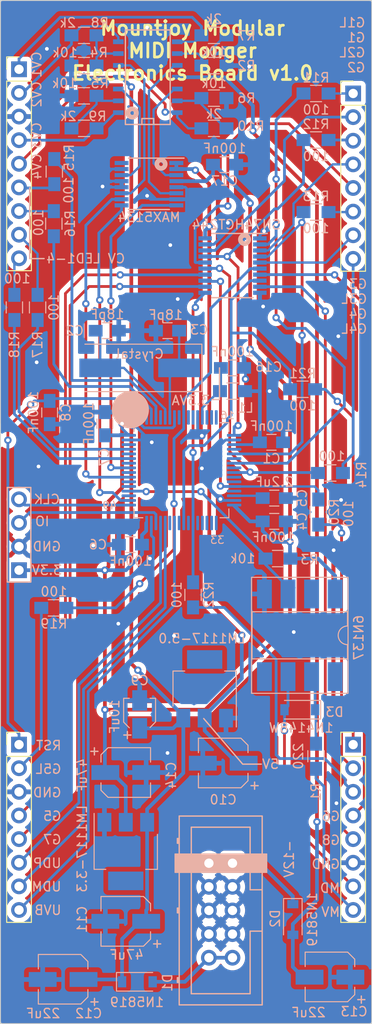
<source format=kicad_pcb>
(kicad_pcb (version 20221018) (generator pcbnew)
  (layers (0 "F.Cu" signal) (31 "B.Cu" signal) (34 "B.Paste" user) (35 "F.Paste" user) (36 "B.SilkS" user "B.Silkscreen") (37 "F.SilkS" user "F.Silkscreen") (38 "B.Mask" user) (39 "F.Mask" user) (44 "Edge.Cuts" user))
  (net 0 "")
  (net 1 "GATE1_LED_OUT")
  (net 2 "GND")
  (net 3 "GATE2_LED_OUT")
  (net 4 "GATE3_LED_OUT")
  (net 5 "GATE4_LED_OUT")
  (net 6 "CV1_LED_OUT")
  (net 7 "CV2_LED_OUT")
  (net 8 "CV3_LED_OUT")
  (net 9 "CV4_LED_OUT")
  (net 10 "GATE5_LED_OUT")
  (net 11 "GATE6_LED_OUT")
  (net 12 "GATE7_LED_OUT")
  (net 13 "GATE8_LED_OUT")
  (net 14 "MIDI_VREF")
  (net 15 "MIDI_DATA")
  (net 16 "GATE8_OUT")
  (net 17 "GATE7_OUT")
  (net 18 "GATE6_OUT")
  (net 19 "GATE5_OUT")
  (net 20 "GATE1_OUT")
  (net 21 "GATE2_OUT")
  (net 22 "GATE3_OUT")
  (net 23 "GATE4_OUT")
  (net 24 "USB_DM")
  (net 25 "USB_DP")
  (net 26 "USB_VBUS")
  (net 27 "CV1_OUT")
  (net 28 "CV2_OUT")
  (net 29 "CV3_OUT")
  (net 30 "CV4_OUT")
  (net 31 "+3V3")
  (net 32 "Net-(C2-Pad1)")
  (net 33 "Net-(C3-Pad1)")
  (net 34 "Net-(C5-Pad1)")
  (net 35 "NRST")
  (net 36 "VCC")
  (net 37 "+5V")
  (net 38 "VEE")
  (net 39 "+3.3VA")
  (net 40 "+12V")
  (net 41 "-12V")
  (net 42 "SWCLK")
  (net 43 "SWDIO")
  (net 44 "Net-(D3-Pad1)")
  (net 45 "Net-(R2-Pad2)")
  (net 46 "MIDI_RX")
  (net 47 "Net-(R4-Pad2)")
  (net 48 "Net-(R5-Pad2)")
  (net 49 "Net-(R10-Pad2)")
  (net 50 "GATE1")
  (net 51 "GATE2")
  (net 52 "GATE3")
  (net 53 "GATE4")
  (net 54 "CV1_LED")
  (net 55 "CV2_LED")
  (net 56 "CV3_LED")
  (net 57 "CV4_LED")
  (net 58 "GATE5")
  (net 59 "GATE6")
  (net 60 "GATE7")
  (net 61 "GATE8")
  (net 62 "Net-(U1-Pad1)")
  (net 63 "Net-(U1-Pad4)")
  (net 64 "Net-(U1-Pad8)")
  (net 65 "Net-(U1-Pad10)")
  (net 66 "Net-(U1-Pad14)")
  (net 67 "Net-(U1-Pad16)")
  (net 68 "Net-(U1-Pad20)")
  (net 69 "Net-(U1-Pad22)")
  (net 70 "Net-(U1-Pad24)")
  (net 71 "Net-(U1-Pad26)")
  (net 72 "Net-(U1-Pad29)")
  (net 73 "Net-(U1-Pad34)")
  (net 74 "Net-(U1-Pad36)")
  (net 75 "Net-(U1-Pad37)")
  (net 76 "Net-(U1-Pad39)")
  (net 77 "Net-(U1-Pad41)")
  (net 78 "Net-(U1-Pad43)")
  (net 79 "DAC_NSS")
  (net 80 "Net-(U1-Pad51)")
  (net 81 "Net-(U1-Pad53)")
  (net 82 "Net-(U1-Pad54)")
  (net 83 "DAC_SCK")
  (net 84 "Net-(U1-Pad56)")
  (net 85 "DAC_MOSI")
  (net 86 "Net-(U1-Pad58)")
  (net 87 "Net-(U1-Pad60)")
  (net 88 "Net-(U1-Pad62)")
  (net 89 "Net-(U2-Pad4)")
  (net 90 "Net-(U2-Pad7)")
  (net 91 "Net-(U2-Pad1)")
  (net 92 "DAC_3")
  (net 93 "DAC_4")
  (net 94 "DAC_2")
  (net 95 "DAC_1")
  (net 96 "Net-(U7-Pad16)")
  (net 97 "Net-(U1-Pad27)")
  (net 98 "Net-(U1-Pad33)")
  (net 99 "Net-(U1-Pad35)")
  (net 100 "Net-(U1-Pad11)")
  (net 101 "Net-(U1-Pad15)")
  (footprint "Socket_Strips:Socket_Strip_Straight_1x08_Pitch2.54mm" (layer "F.Cu") (at 134 50)
    (fp_text reference "J3" hide)
    (fp_text value "Conn_01x08_Male" hide)
  )
  (footprint "Socket_Strips:Socket_Strip_Straight_1x08_Pitch2.54mm" (layer "F.Cu") (at 98 120)
    (fp_text reference "J4" hide)
    (fp_text value "Conn_01x08_Male" hide)
  )
  (footprint "Socket_Strips:Socket_Strip_Straight_1x08_Pitch2.54mm" (layer "F.Cu") (at 134 120)
    (fp_text reference "J5" hide)
    (fp_text value "Conn_01x08_Male" hide)
  )
  (footprint "Socket_Strips:Socket_Strip_Straight_1x09_Pitch2.54mm" (layer "F.Cu") (at 98 47.4)
    (fp_text reference "J2" hide)
    (fp_text value "Conn_01x09_Male" hide)
  )
  (footprint "Diodes_SMD:D_SOD-123" (layer "B.Cu") (at 128.25 116.25 180)
    (fp_text reference "D3")
    (fp_text value "1N4148W")
  )
  (footprint "Capacitors_SMD:C_0805_HandSoldering" (layer "B.Cu") (at 125.2 87.5)
    (fp_text reference "C1")
    (fp_text value "100nF")
  )
  (footprint "Capacitors_SMD:C_0805_HandSoldering" (layer "B.Cu") (at 114 75.5 180)
    (fp_text reference "C3")
    (fp_text value "18pF")
  )
  (footprint "Capacitors_SMD:C_0805_HandSoldering" (layer "B.Cu") (at 125.5 96)
    (fp_text reference "C4")
    (fp_text value "100nF")
  )
  (footprint "Capacitors_SMD:C_0805_HandSoldering" (layer "B.Cu") (at 125.5 93.5)
    (fp_text reference "C5")
    (fp_text value "2.2uF")
  )
  (footprint "Capacitors_SMD:C_0805_HandSoldering" (layer "B.Cu") (at 110 98.5 180)
    (fp_text reference "C6")
    (fp_text value "100nF")
  )
  (footprint "Capacitors_SMD:C_0805_HandSoldering" (layer "B.Cu") (at 107.25 85.5 90)
    (fp_text reference "C7")
    (fp_text value "100nF")
  )
  (footprint "Capacitors_SMD:C_0805_HandSoldering" (layer "B.Cu") (at 101.3 84.3 90)
    (fp_text reference "C8")
    (fp_text value "100nF")
  )
  (footprint "Capacitors_SMD:CP_Elec_3x5.3" (layer "B.Cu") (at 111 116.75 90)
    (fp_text reference "C9")
    (fp_text value "10uF")
  )
  (footprint "Capacitors_SMD:CP_Elec_5x5.3" (layer "B.Cu") (at 120 122 180)
    (fp_text reference "C10")
    (fp_text value "22uF")
  )
  (footprint "Capacitors_SMD:CP_Elec_5x5.8" (layer "B.Cu") (at 109.5 139 180)
    (fp_text reference "C11")
    (fp_text value "47uF")
  )
  (footprint "Capacitors_SMD:CP_Elec_5x5.3" (layer "B.Cu") (at 102.75 145.25 180)
    (fp_text reference "C12")
    (fp_text value "22uF")
  )
  (footprint "Capacitors_SMD:CP_Elec_5x5.3" (layer "B.Cu") (at 131.5 145 180)
    (fp_text reference "C13")
    (fp_text value "22uF")
  )
  (footprint "Capacitors_SMD:CP_Elec_5x5.8" (layer "B.Cu") (at 109.5 123)
    (fp_text reference "C14")
    (fp_text value "47uF")
  )
  (footprint "Capacitors_SMD:C_0805_HandSoldering" (layer "B.Cu") (at 120.15 57.65)
    (fp_text reference "C17")
    (fp_text value "100nF")
  )
  (footprint "Diodes_SMD:D_SOD-123" (layer "B.Cu") (at 110.75 145.5)
    (fp_text reference "D1")
    (fp_text value "1N5819")
  )
  (footprint "Diodes_SMD:D_SOD-123" (layer "B.Cu") (at 127.5 138.8 -90)
    (fp_text reference "D2")
    (fp_text value "1N5819")
  )
  (footprint "Custom_Footprints:SWD_header" (layer "B.Cu") (at 98 101.25 90)
    (fp_text reference "J1" hide)
    (fp_text value "SWD_Header" hide)
  )
  (footprint "Custom_Footprints:Eurorack_10_pin_header" (layer "B.Cu") (at 121 132.75 -90)
    (fp_text reference "J9" hide)
    (fp_text value "Eurorack_10_pin_power")
  )
  (footprint "Inductors_SMD:L_0805_HandSoldering" (layer "B.Cu") (at 121 82)
    (fp_text reference "L1")
    (fp_text value "L")
  )
  (footprint "Resistors_SMD:R_0805_HandSoldering" (layer "B.Cu") (at 130 121.25 -90)
    (fp_text reference "R1")
    (fp_text value "220")
  )
  (footprint "Resistors_SMD:R_0805_HandSoldering" (layer "B.Cu") (at 125.9 100 180)
    (fp_text reference "R3")
    (fp_text value "10k")
  )
  (footprint "Resistors_SMD:R_0805_HandSoldering" (layer "B.Cu") (at 105 47)
    (fp_text reference "R4")
    (fp_text value "10k")
  )
  (footprint "Resistors_SMD:R_0805_HandSoldering" (layer "B.Cu") (at 105 50.25)
    (fp_text reference "R5")
    (fp_text value "10k")
  )
  (footprint "Resistors_SMD:R_0805_HandSoldering" (layer "B.Cu") (at 119 50.5 180)
    (fp_text reference "R6")
    (fp_text value "10k")
  )
  (footprint "Resistors_SMD:R_0805_HandSoldering" (layer "B.Cu") (at 119 43.75)
    (fp_text reference "R7")
    (fp_text value "2k")
  )
  (footprint "Resistors_SMD:R_0805_HandSoldering" (layer "B.Cu") (at 105 53.75 180)
    (fp_text reference "R9")
    (fp_text value "2k")
  )
  (footprint "Resistors_SMD:R_0805_HandSoldering" (layer "B.Cu") (at 119 53.75)
    (fp_text reference "R10")
    (fp_text value "2k")
  )
  (footprint "Resistors_SMD:R_0805_HandSoldering" (layer "B.Cu") (at 130 55 180)
    (fp_text reference "R12")
    (fp_text value "100")
  )
  (footprint "Resistors_SMD:R_0805_HandSoldering" (layer "B.Cu") (at 100 73 -90)
    (fp_text reference "R17")
    (fp_text value "100")
  )
  (footprint "Resistors_SMD:R_0805_HandSoldering" (layer "B.Cu") (at 97.5 73 -90)
    (fp_text reference "R18")
    (fp_text value "100")
  )
  (footprint "Resistors_SMD:R_0805_HandSoldering" (layer "B.Cu") (at 128.55 81.8 180)
    (fp_text reference "R21")
    (fp_text value "100")
  )
  (footprint "Package_QFP:LQFP-64_10x10mm_P0.5mm" (layer "B.Cu") (at 115.5 90.5 -90)
    (fp_text reference "U1" hide)
    (fp_text value "STM32F446RETx")
  )
  (footprint "TO_SOT_Packages_SMD:SOT-223" (layer "B.Cu") (at 118 114 90)
    (fp_text reference "U4" hide)
    (fp_text value "LM1117-5.0")
  )
  (footprint "TO_SOT_Packages_SMD:SOT-223" (layer "B.Cu") (at 109.5 131.5 -90)
    (fp_text reference "U5" hide)
    (fp_text value "LM1117-3.3")
  )
  (footprint "Housings_SSOP:TSSOP-20_4.4x6.5mm_Pitch0.65mm" (layer "B.Cu") (at 121 68.5 180)
    (fp_text reference "U6" hide)
    (fp_text value "SN74HCT244")
  )
  (footprint "Custom_Footprints:Crystal_SMD" (layer "B.Cu") (at 111 79.5 180)
    (fp_text reference "Y1" hide)
    (fp_text value "Crystal")
  )
  (footprint "Housings_SSOP:TSSOP-16_4.4x5mm_Pitch0.65mm" (layer "B.Cu") (at 112 59.75 180)
    (fp_text reference "U7" hide)
    (fp_text value "MAX5134")
  )
  (footprint "Capacitors_SMD:C_0805_HandSoldering" (layer "B.Cu") (at 121 79.5)
    (fp_text reference "C16")
    (fp_text value "100nF")
  )
  (footprint "SMD_Packages:SOIC-14_N" (layer "B.Cu") (at 112 48.25 90)
    (fp_text reference "U3" hide)
    (fp_text value "TL074")
  )
  (footprint "Housings_DIP:DIP-8_W8.89mm_SMDSocket_LongPads" (layer "B.Cu") (at 128.25 108.25 90)
    (fp_text reference "U2" hide)
    (fp_text value "6N137")
  )
  (footprint "Resistors_SMD:R_0805_HandSoldering" (layer "B.Cu") (at 105 43.75)
    (fp_text reference "R8")
    (fp_text value "2k")
  )
  (footprint "Resistors_SMD:R_0805_HandSoldering" (layer "B.Cu") (at 119 47 180)
    (fp_text reference "R2")
    (fp_text value "10k")
  )
  (footprint "Resistors_SMD:R_0805_HandSoldering" (layer "B.Cu") (at 101.75 64 -90)
    (fp_text reference "R16")
    (fp_text value "100")
  )
  (footprint "Resistors_SMD:R_0805_HandSoldering" (layer "B.Cu") (at 130 62.75 180)
    (fp_text reference "R13")
    (fp_text value "100")
  )
  (footprint "Resistors_SMD:R_0805_HandSoldering" (layer "B.Cu") (at 130 50 180)
    (fp_text reference "R11")
    (fp_text value "100")
  )
  (footprint "Capacitors_SMD:C_0805_HandSoldering" (layer "B.Cu") (at 107.5 75.5)
    (fp_text reference "C2")
    (fp_text value "18pF")
  )
  (footprint "Resistors_SMD:R_0805_HandSoldering" (layer "B.Cu") (at 130.25 95 90)
    (fp_text reference "R20")
    (fp_text value "100")
  )
  (footprint "Resistors_SMD:R_0805_HandSoldering" (layer "B.Cu") (at 131.55 90.8 180)
    (fp_text reference "R14")
    (fp_text value "100")
  )
  (footprint "Resistors_SMD:R_0805_HandSoldering" (layer "B.Cu") (at 116.75 103.9 90)
    (fp_text reference "R22")
    (fp_text value "100")
  )
  (footprint "Resistors_SMD:R_0805_HandSoldering" (layer "B.Cu") (at 101.75 105.3)
    (fp_text reference "R19")
    (fp_text value "100")
  )
  (footprint "Resistors_SMD:R_0805_HandSoldering" (layer "B.Cu") (at 101.8 58.4 90)
    (fp_text reference "R15")
    (fp_text value "100")
  )
  (gr_circle (center 122.3 65.7) (end 122.5 65.7) (stroke (width 0.5)) (fill none) (layer "B.SilkS"))
  (gr_circle (center 110.2 52.1) (end 110.4 52.1) (stroke (width 0.5)) (fill none) (layer "B.SilkS"))
  (gr_line (start 122.1 122.1) (end 117.9 117.2) (stroke (width 0.15)) (layer "B.SilkS"))
  (gr_line (start 118.8 82.9) (end 119.6 82.9) (stroke (width 0.15)) (layer "B.SilkS"))
  (gr_line (start 119.6 82.9) (end 119.6 79.5) (stroke (width 0.15)) (layer "B.SilkS"))
  (gr_line (start 124.1 122.1) (end 122.1 122.1) (stroke (width 0.15)) (layer "B.SilkS"))
  (gr_line (start 99.15 67.75) (end 99.15 60.15) (stroke (width 0.15)) (layer "B.SilkS"))
  (gr_circle (center 113.3 57.6) (end 113.5 57.6) (stroke (width 0.5)) (fill none) (layer "B.SilkS"))
  (gr_line (start 100.7 67.75) (end 99.15 67.75) (stroke (width 0.15)) (layer "B.SilkS"))
  (gr_circle (center 110 84) (end 110 84) (stroke (width 2)) (fill none) (layer "B.SilkS"))
  (gr_line (start 96 40) (end 136 40) (stroke (width 0.1)) (layer "Edge.Cuts"))
  (gr_line (start 96 150) (end 136 150) (stroke (width 0.1)) (layer "Edge.Cuts"))
  (gr_line (start 96 40) (end 96 150) (stroke (width 0.1)) (layer "Edge.Cuts"))
  (gr_line (start 136 40) (end 136 150) (stroke (width 0.1)) (layer "Edge.Cuts"))
  (gr_text "G5L" (at 101.17619 122.628571) (layer "B.SilkS") (effects (font (size 1 1)) (justify mirror)))
  (gr_text "GND" (at 101.033333 125.157142) (layer "B.SilkS") (effects (font (size 1 1)) (justify mirror)))
  (gr_text "G5" (at 101.580952 127.685713) (layer "B.SilkS") (effects (font (size 1 1)) (justify mirror)))
  (gr_text "G7" (at 101.580952 130.214284) (layer "B.SilkS") (effects (font (size 1 1)) (justify mirror)))
  (gr_text "UDP" (at 101.033333 132.742855) (layer "B.SilkS") (effects (font (size 1 1)) (justify mirror)))
  (gr_text "UDM" (at 100.961905 135.271426) (layer "B.SilkS") (effects (font (size 1 1)) (justify mirror)))
  (gr_text "UVB" (at 101.104762 137.8) (layer "B.SilkS") (effects (font (size 1 1)) (justify mirror)))
  (gr_text "G8" (at 131.6 130.275) (layer "B.SilkS") (effects (font (size 1 1)) (justify mirror)))
  (gr_text "MV" (at 131.576191 138) (layer "B.SilkS") (effects (font (size 1 1)) (justify mirror)))
  (gr_text "G3\nG3L\nG4\nG4L" (at 135.6 72.9) (layer "B.SilkS") (effects (font (size 1 1)) (justify left mirror)))
  (gr_text "G6" (at 131.6 127.7) (layer "B.SilkS") (effects (font (size 1 1)) (justify mirror)))
  (gr_text "GND" (at 131.052381 132.85) (layer "B.SilkS") (effects (font (size 1 1)) (justify mirror)))
  (gr_text "MD" (at 131.504762 135.425) (layer "B.SilkS") (effects (font (size 1 1)) (justify mirror)))
  (gr_text "G1L\nG1\nG2L\nG2" (at 135.4 44.8) (layer "B.SilkS") (effects (font (size 1 1)) (justify left mirror)))
  (gr_text "33" (at 120.2 98) (layer "B.SilkS") (effects (font (size 0.8 0.8) (thickness 0.12)) (justify left mirror)))
  (gr_text "49" (at 108.6 94.3) (layer "B.SilkS") (effects (font (size 0.8 0.8) (thickness 0.12)) (justify left mirror)))
  (gr_text "16" (at 121.3 84.6) (layer "B.SilkS") (effects (font (size 0.8 0.8) (thickness 0.12)) (justify left mirror)))
  (gr_text "5V" (at 125.1 122.1) (layer "B.SilkS") (effects (font (size 1 1)) (justify mirror)))
  (gr_text "3.3VA" (at 116.5 83) (layer "B.SilkS") (effects (font (size 1 1)) (justify mirror)))
  (gr_text "CV LED1-4" (at 100.85 67.75) (layer "B.SilkS") (effects (font (size 1 1)) (justify right mirror)))
  (gr_text "CV1" (at 99.9 48.4 90) (layer "B.SilkS") (effects (font (size 1 1)) (justify right mirror)))
  (gr_text "CV2" (at 99.9 51.6 90) (layer "B.SilkS") (effects (font (size 1 1)) (justify right mirror)))
  (gr_text "CV3" (at 99.9 56 90) (layer "B.SilkS") (effects (font (size 1 1)) (justify right mirror)))
  (gr_text "CV4" (at 99.9 59.35 90) (layer "B.SilkS") (effects (font (size 1 1)) (justify right mirror)))
  (gr_text "RST" (at 101.2 120.1) (layer "B.SilkS") (effects (font (size 1 1)) (justify mirror)))
  (gr_text "Mountjoy Modular\nMIDI Monger\nElectronics Board v1.0" (at 116.7 45.4) (layer "F.SilkS") (effects (font (size 1.5 1.5) (thickness 0.3))))
  (segment (start 131.35 50) (end 134 50) (width 0.25) (layer "B.Cu") (net 1))
  (segment (start 117.7 86.8) (end 117.7 90.3) (width 0.3) (layer "F.Cu") (net 2))
  (via (at 99.9 78.9) (size 0.8) (drill 0.4) (layers "F.Cu" "B.Cu") (net 2))
  (via (at 122.4 80.7) (size 0.8) (drill 0.4) (layers "F.Cu" "B.Cu") (net 2))
  (via (at 132.7 93.7) (size 0.8) (drill 0.4) (layers "F.Cu" "B.Cu") (net 2))
  (via (at 111.8 61) (size 0.8) (drill 0.4) (layers "F.Cu" "B.Cu") (net 2))
  (via (at 117.7 90.3) (size 0.8) (drill 0.4) (layers "F.Cu" "B.Cu") (net 2))
  (via (at 124.4 64.8) (size 0.8) (drill 0.4) (layers "F.Cu" "B.Cu") (net 2))
  (via (at 132.2 126.3) (size 0.8) (drill 0.4) (layers "F.Cu" "B.Cu") (net 2))
  (via (at 125 82) (size 0.8) (drill 0.4) (layers "F.Cu" "B.Cu") (net 2))
  (via (at 132.4 76.1) (size 0.8) (drill 0.4) (layers "F.Cu" "B.Cu") (net 2))
  (via (at 115.1 72.1) (size 0.8) (drill 0.4) (layers "F.Cu" "B.Cu") (net 2))
  (via (at 101 45.2) (size 0.8) (drill 0.4) (layers "F.Cu" "B.Cu") (net 2))
  (via (at 100.1 90.1) (size 0.8) (drill 0.4) (layers "F.Cu" "B.Cu") (net 2))
  (via (at 114.3 66.3) (size 0.8) (drill 0.4) (layers "F.Cu" "B.Cu") (net 2))
  (via (at 120.5 63.9) (size 0.8) (drill 0.4) (layers "F.Cu" "B.Cu") (net 2))
  (via (at 106 98.6) (size 0.8) (drill 0.4) (layers "F.Cu" "B.Cu") (net 2))
  (via (at 107 60) (size 0.8) (drill 0.4) (layers "F.Cu" "B.Cu") (net 2))
  (via (at 112.1 100) (size 0.8) (drill 0.4) (layers "F.Cu" "B.Cu") (net 2))
  (via (at 117.7 86.8) (size 0.8) (drill 0.4) (layers "F.Cu" "B.Cu") (net 2))
  (via (at 122.8 47.1) (size 0.8) (drill 0.4) (layers "F.Cu" "B.Cu") (net 2))
  (via (at 131.9 99.1) (size 0.8) (drill 0.4) (layers "F.Cu" "B.Cu") (net 2))
  (via (at 114.7 108.3) (size 0.8) (drill 0.4) (layers "F.Cu" "B.Cu") (net 2))
  (via (at 112.3 87.5) (size 0.8) (drill 0.4) (layers "F.Cu" "B.Cu") (net 2))
  (via (at 114 120.9) (size 0.8) (drill 0.4) (layers "F.Cu" "B.Cu") (net 2))
  (via (at 124.3 72.9) (size 0.8) (drill 0.4) (layers "F.Cu" "B.Cu") (net 2))
  (via (at 119.7 93.6) (size 0.8) (drill 0.4) (layers "F.Cu" "B.Cu") (net 2))
  (via (at 127.6 107.9) (size 0.8) (drill 0.4) (layers "F.Cu" "B.Cu") (net 2))
  (via (at 111.8 42.9) (size 0.8) (drill 0.4) (layers "F.Cu" "B.Cu") (net 2))
  (via (at 108.7 107) (size 0.8) (drill 0.4) (layers "F.Cu" "B.Cu") (net 2))
  (segment (start 107.575 59.425) (end 107 60) (width 0.3) (layer "B.Cu") (net 2))
  (segment (start 119.7 93.6) (end 117.7 91.6) (width 0.3) (layer "B.Cu") (net 2))
  (segment (start 109.05 59.425) (end 107.575 59.425) (width 0.3) (layer "B.Cu") (net 2))
  (segment (start 120.25 87.25) (end 118.099999 89.400001) (width 0.3) (layer "B.Cu") (net 2))
  (segment (start 116.050001 64.549999) (end 114.3 66.3) (width 0.3) (layer "B.Cu") (net 2))
  (segment (start 119.85 93.75) (end 119.7 93.6) (width 0.3) (layer "B.Cu") (net 2))
  (segment (start 118.980002 66.225) (end 118.05 66.225) (width 0.3) (layer "B.Cu") (net 2))
  (segment (start 116 61.375) (end 116.050001 61.425001) (width 0.3) (layer "B.Cu") (net 2))
  (segment (start 109.05 59.425) (end 109.05 60.075) (width 0.3) (layer "B.Cu") (net 2))
  (segment (start 117.25 86.35) (end 117.7 86.8) (width 0.3) (layer "B.Cu") (net 2))
  (segment (start 112.499999 99.600001) (end 112.1 100) (width 0.3) (layer "B.Cu") (net 2))
  (segment (start 118.099999 89.900001) (end 117.7 90.3) (width 0.3) (layer "B.Cu") (net 2))
  (segment (start 120.5 64.705002) (end 118.980002 66.225) (width 0.3) (layer "B.Cu") (net 2))
  (segment (start 123.95 65.575) (end 123.95 65.25) (width 0.3) (layer "B.Cu") (net 2))
  (segment (start 112.25 97.524999) (end 112.499999 97.774998) (width 0.3) (layer "B.Cu") (net 2))
  (segment (start 109.05 84.25) (end 112.3 87.5) (width 0.3) (layer "B.Cu") (net 2))
  (segment (start 109.05 60.075) (end 107.075 60.075) (width 0.3) (layer "B.Cu") (net 2))
  (segment (start 112.25 96.175) (end 112.25 97.524999) (width 0.3) (layer "B.Cu") (net 2))
  (segment (start 114.95 61.375) (end 116 61.375) (width 0.4) (layer "B.Cu") (net 2))
  (segment (start 109.05 58.125) (end 108 58.125) (width 0.3) (layer "B.Cu") (net 2))
  (segment (start 116.050001 61.425001) (end 116.050001 64.549999) (width 0.3) (layer "B.Cu") (net 2))
  (segment (start 112.175 61.375) (end 111.8 61) (width 0.3) (layer "B.Cu") (net 2))
  (segment (start 121.175 87.25) (end 120.25 87.25) (width 0.3) (layer "B.Cu") (net 2))
  (segment (start 112.05 87.25) (end 112.3 87.5) (width 0.3) (layer "B.Cu") (net 2))
  (segment (start 121.175 93.75) (end 119.85 93.75) (width 0.3) (layer "B.Cu") (net 2))
  (segment (start 117.7 91.6) (end 117.7 90.3) (width 0.3) (layer "B.Cu") (net 2))
  (segment (start 122.4 79.65) (end 122.25 79.5) (width 0.3) (layer "B.Cu") (net 2))
  (segment (start 115.905002 60.075) (end 116.050001 60.219999) (width 0.3) (layer "B.Cu") (net 2))
  (segment (start 107.075 60.075) (end 107 60) (width 0.3) (layer "B.Cu") (net 2))
  (segment (start 114.95 60.075) (end 115.905002 60.075) (width 0.3) (layer "B.Cu") (net 2))
  (segment (start 114.95 61.375) (end 112.175 61.375) (width 0.3) (layer "B.Cu") (net 2))
  (segment (start 117.25 84.825) (end 117.25 86.35) (width 0.3) (layer "B.Cu") (net 2))
  (segment (start 120.5 63.9) (end 120.5 64.705002) (width 0.3) (layer "B.Cu") (net 2))
  (segment (start 109.825 87.25) (end 112.05 87.25) (width 0.3) (layer "B.Cu") (net 2))
  (segment (start 112.499999 97.774998) (end 112.499999 99.600001) (width 0.3) (layer "B.Cu") (net 2))
  (segment (start 108 58.125) (end 107 59.125) (width 0.3) (layer "B.Cu") (net 2))
  (segment (start 107.25 84.25) (end 109.05 84.25) (width 0.3) (layer "B.Cu") (net 2))
  (segment (start 122.4 80.7) (end 122.4 79.65) (width 0.3) (layer "B.Cu") (net 2))
  (segment (start 118.099999 89.400001) (end 118.099999 89.900001) (width 0.3) (layer "B.Cu") (net 2))
  (segment (start 116.050001 60.219999) (end 116.050001 64.549999) (width 0.3) (layer "B.Cu") (net 2))
  (segment (start 123.95 65.25) (end 124.4 64.8) (width 0.3) (layer "B.Cu") (net 2))
  (segment (start 107 59.125) (end 107 60) (width 0.3) (layer "B.Cu") (net 2))
  (segment (start 131.35 55) (end 133.92 55) (width 0.3) (layer "B.Cu") (net 3))
  (segment (start 133.92 55) (end 134 55.08) (width 0.3) (layer "B.Cu") (net 3))
  (segment (start 133.95 62.75) (end 134 62.7) (width 0.25) (layer "B.Cu") (net 4))
  (segment (start 131.35 62.75) (end 133.95 62.75) (width 0.25) (layer "B.Cu") (net 4))
  (segment (start 132.9 90.8) (end 132.9 89.85) (width 0.3) (layer "B.Cu") (net 5))
  (segment (start 134 88.75) (end 134 67.78) (width 0.3) (layer "B.Cu") (net 5))
  (segment (start 132.9 89.85) (end 134 88.75) (width 0.3) (layer "B.Cu") (net 5))
  (segment (start 98 60.16) (end 101.39 60.16) (width 0.3) (layer "B.Cu") (net 6))
  (segment (start 101.39 60.16) (end 101.8 59.75) (width 0.3) (layer "B.Cu") (net 6))
  (segment (start 101.75 62.65) (end 98.05 62.65) (width 0.25) (layer "B.Cu") (net 7))
  (segment (start 98.05 62.65) (end 98 62.7) (width 0.25) (layer "B.Cu") (net 7))
  (segment (start 100 71.65) (end 100 67.24) (width 0.25) (layer "B.Cu") (net 8))
  (segment (start 100 67.24) (end 98 65.24) (width 0.25) (layer "B.Cu") (net 8))
  (segment (start 97.5 68.28) (end 98 67.78) (width 0.25) (layer "B.Cu") (net 9))
  (segment (start 97.5 71.65) (end 97.5 68.28) (width 0.25) (layer "B.Cu") (net 9))
  (segment (start 100.4 120.14) (end 100.4 105.3) (width 0.3) (layer "B.Cu") (net 10))
  (segment (start 98 122.54) (end 100.4 120.14) (width 0.3) (layer "B.Cu") (net 10))
  (segment (start 132.75 121.29) (end 132.75 97.25) (width 0.3) (layer "F.Cu") (net 11))
  (segment (start 134 122.54) (end 132.75 121.29) (width 0.3) (layer "F.Cu") (net 11))
  (via (at 132.75 97.25) (size 0.8) (drill 0.4) (layers "F.Cu" "B.Cu") (net 11))
  (segment (start 132.75 96.684315) (end 132.415685 96.35) (width 0.3) (layer "B.Cu") (net 11))
  (segment (start 132.75 97.25) (end 132.75 96.684315) (width 0.3) (layer "B.Cu") (net 11))
  (segment (start 132.415685 96.35) (end 130.25 96.35) (width 0.3) (layer "B.Cu") (net 11))
  (segment (start 132.3 83.1) (end 134 84.8) (width 0.3) (layer "F.Cu") (net 12))
  (segment (start 134 84.8) (end 134 120) (width 0.3) (layer "F.Cu") (net 12))
  (via (at 132.3 83.1) (size 0.8) (drill 0.4) (layers "F.Cu" "B.Cu") (net 12))
  (segment (start 129.9 81.8) (end 131 81.8) (width 0.3) (layer "B.Cu") (net 12))
  (segment (start 131 81.8) (end 132.3 83.1) (width 0.3) (layer "B.Cu") (net 12))
  (segment (start 120.110002 105.25) (end 125.7 110.839998) (width 0.3) (layer "B.Cu") (net 13))
  (segment (start 126.100001 121.499999) (end 130.930001 121.499999) (width 0.3) (layer "B.Cu") (net 13))
  (segment (start 116.75 105.25) (end 120.110002 105.25) (width 0.3) (layer "B.Cu") (net 13))
  (segment (start 125.7 121.099998) (end 126.100001 121.499999) (width 0.3) (layer "B.Cu") (net 13))
  (segment (start 130.930001 121.499999) (end 133.150001 123.719999) (width 0.3) (layer "B.Cu") (net 13))
  (segment (start 133.150001 124.230001) (end 134 125.08) (width 0.3) (layer "B.Cu") (net 13))
  (segment (start 133.150001 123.719999) (end 133.150001 124.230001) (width 0.3) (layer "B.Cu") (net 13))
  (segment (start 125.7 110.839998) (end 125.7 121.099998) (width 0.3) (layer "B.Cu") (net 13))
  (segment (start 130.850001 134.630001) (end 130.850001 124.500001) (width 0.3) (layer "B.Cu") (net 14))
  (segment (start 130.850001 124.500001) (end 130 123.65) (width 0.3) (layer "B.Cu") (net 14))
  (segment (start 130 123.65) (end 130 122.6) (width 0.3) (layer "B.Cu") (net 14))
  (segment (start 134 137.78) (end 130.850001 134.630001) (width 0.3) (layer "B.Cu") (net 14))
  (segment (start 126.6 127.84) (end 126.6 118.5) (width 0.3) (layer "F.Cu") (net 15))
  (segment (start 134 135.24) (end 126.6 127.84) (width 0.3) (layer "F.Cu") (net 15))
  (via (at 126.6 118.5) (size 0.8) (drill 0.4) (layers "F.Cu" "B.Cu") (net 15))
  (segment (start 126.6 118.5) (end 126.6 116.25) (width 0.3) (layer "B.Cu") (net 15))
  (segment (start 126.98 115.87) (end 126.6 116.25) (width 0.3) (layer "B.Cu") (net 15))
  (segment (start 126.98 112.695) (end 126.98 115.87) (width 0.3) (layer "B.Cu") (net 15))
  (segment (start 131 73.4) (end 131 127.16) (width 0.3) (layer "F.Cu") (net 16))
  (segment (start 131 127.16) (end 134 130.16) (width 0.3) (layer "F.Cu") (net 16))
  (via (at 131 73.4) (size 0.8) (drill 0.4) (layers "F.Cu" "B.Cu") (net 16))
  (segment (start 131 73.4) (end 128.4 70.775) (width 0.3) (layer "B.Cu") (net 16))
  (segment (start 128.4 70.775) (end 123.95 70.775) (width 0.3) (layer "B.Cu") (net 16))
  (segment (start 108.85 70.75) (end 105.55 70.75) (width 0.3) (layer "F.Cu") (net 17))
  (segment (start 103.50001 124.65999) (end 98 130.16) (width 0.3) (layer "F.Cu") (net 17))
  (segment (start 105.55 70.75) (end 103.50001 72.79999) (width 0.3) (layer "F.Cu") (net 17))
  (segment (start 103.50001 72.79999) (end 103.50001 124.65999) (width 0.3) (layer "F.Cu") (net 17))
  (segment (start 103.502374 124.597626) (end 103.502374 124.657626) (width 0.3) (layer "F.Cu") (net 17))
  (via (at 108.85 70.75) (size 0.8) (drill 0.4) (layers "F.Cu" "B.Cu") (net 17))
  (segment (start 118.025 70.75) (end 118.05 70.775) (width 0.3) (layer "B.Cu") (net 17))
  (segment (start 108.85 70.75) (end 118.025 70.75) (width 0.3) (layer "B.Cu") (net 17))
  (segment (start 135.200001 72.649999) (end 135.200001 126.419999) (width 0.3) (layer "F.Cu") (net 18))
  (segment (start 132 69.5) (end 135.200001 72.649999) (width 0.3) (layer "F.Cu") (net 18))
  (segment (start 135.200001 126.419999) (end 134 127.62) (width 0.3) (layer "F.Cu") (net 18))
  (via (at 132 69.5) (size 0.8) (drill 0.4) (layers "F.Cu" "B.Cu") (net 18))
  (segment (start 132 69.5) (end 132.025002 69.475) (width 0.3) (layer "B.Cu") (net 18))
  (segment (start 132.025002 69.475) (end 123.95 69.475) (width 0.3) (layer "B.Cu") (net 18))
  (segment (start 103 71.5) (end 103 122.62) (width 0.3) (layer "F.Cu") (net 19))
  (segment (start 103 122.62) (end 98 127.62) (width 0.3) (layer "F.Cu") (net 19))
  (segment (start 108.9 69.5) (end 105 69.5) (width 0.3) (layer "F.Cu") (net 19))
  (segment (start 105 69.5) (end 103 71.5) (width 0.3) (layer "F.Cu") (net 19))
  (via (at 108.9 69.5) (size 0.8) (drill 0.4) (layers "F.Cu" "B.Cu") (net 19))
  (segment (start 108.9 69.5) (end 118.025 69.5) (width 0.3) (layer "B.Cu") (net 19))
  (segment (start 118.025 69.5) (end 118.05 69.475) (width 0.3) (layer "B.Cu") (net 19))
  (segment (start 129.079998 52.54) (end 126.6 55.019998) (width 0.3) (layer "B.Cu") (net 20))
  (segment (start 126.6 55.019998) (end 126.6 59.384696) (width 0.3) (layer "B.Cu") (net 20))
  (segment (start 134 52.54) (end 129.079998 52.54) (width 0.3) (layer "B.Cu") (net 20))
  (segment (start 126.6 59.384696) (end 119.109696 66.875) (width 0.3) (layer "B.Cu") (net 20))
  (segment (start 119.109696 66.875) (end 118.05 66.875) (width 0.3) (layer "B.Cu") (net 20))
  (segment (start 127.574999 64.135003) (end 127.574999 61.839999) (width 0.25) (layer "B.Cu") (net 21))
  (segment (start 131.794998 57.62) (end 134 57.62) (width 0.25) (layer "B.Cu") (net 21))
  (segment (start 124.835002 66.875) (end 127.574999 64.135003) (width 0.25) (layer "B.Cu") (net 21))
  (segment (start 127.574999 61.839999) (end 131.794998 57.62) (width 0.25) (layer "B.Cu") (net 21))
  (segment (start 123.95 66.875) (end 124.835002 66.875) (width 0.25) (layer "B.Cu") (net 21))
  (segment (start 127.089999 53.249999) (end 134 60.16) (width 0.3) (layer "F.Cu") (net 22))
  (segment (start 122.839999 53.249999) (end 127.089999 53.249999) (width 0.3) (layer "F.Cu") (net 22))
  (segment (start 120.5 62.1) (end 120.5 55.589998) (width 0.3) (layer "F.Cu") (net 22))
  (segment (start 120.5 55.589998) (end 122.839999 53.249999) (width 0.3) (layer "F.Cu") (net 22))
  (via (at 120.5 62.1) (size 0.8) (drill 0.4) (layers "F.Cu" "B.Cu") (net 22))
  (segment (start 116.974999 64.514999) (end 119.389998 62.1) (width 0.3) (layer "B.Cu") (net 22))
  (segment (start 118.05 68.175) (end 117.025 68.175) (width 0.3) (layer "B.Cu") (net 22))
  (segment (start 119.389998 62.1) (end 120.5 62.1) (width 0.3) (layer "B.Cu") (net 22))
  (segment (start 116.974999 68.124999) (end 116.974999 64.514999) (width 0.3) (layer "B.Cu") (net 22))
  (segment (start 117.025 68.175) (end 116.974999 68.124999) (width 0.3) (layer "B.Cu") (net 22))
  (segment (start 131.065 68.175) (end 134 65.24) (width 0.25) (layer "B.Cu") (net 23))
  (segment (start 123.95 68.175) (end 131.065 68.175) (width 0.25) (layer "B.Cu") (net 23))
  (segment (start 113.75 105.25) (end 113.75 96.175) (width 0.3) (layer "B.Cu") (net 24))
  (segment (start 104.949991 128.290009) (end 104.949991 114.050009) (width 0.3) (layer "B.Cu") (net 24))
  (segment (start 104.949991 114.050009) (end 113.75 105.25) (width 0.3) (layer "B.Cu") (net 24))
  (segment (start 98 135.24) (end 104.949991 128.290009) (width 0.3) (layer "B.Cu") (net 24))
  (segment (start 104.449981 113.550019) (end 113.25 104.75) (width 0.3) (layer "B.Cu") (net 25))
  (segment (start 98 132.7) (end 104.449981 126.250019) (width 0.3) (layer "B.Cu") (net 25))
  (segment (start 104.449981 126.250019) (end 104.449981 113.550019) (width 0.3) (layer "B.Cu") (net 25))
  (segment (start 113.25 104.75) (end 113.25 96.175) (width 0.3) (layer "B.Cu") (net 25))
  (segment (start 105.449999 114.300001) (end 114.75001 104.99999) (width 0.3) (layer "B.Cu") (net 26))
  (segment (start 114.75 104.99998) (end 114.75001 104.99999) (width 0.3) (layer "B.Cu") (net 26))
  (segment (start 114.75 96.175) (end 114.75 104.99998) (width 0.3) (layer "B.Cu") (net 26))
  (segment (start 105.449999 130.330001) (end 105.449999 114.300001) (width 0.3) (layer "B.Cu") (net 26))
  (segment (start 98 137.78) (end 105.449999 130.330001) (width 0.3) (layer "B.Cu") (net 26))
  (segment (start 116.65 41.8) (end 102.45 41.8) (width 0.3) (layer "B.Cu") (net 27))
  (segment (start 102.45 41.8) (end 98 46.25) (width 0.3) (layer "B.Cu") (net 27))
  (segment (start 98 46.25) (end 98 47.4) (width 0.3) (layer "B.Cu") (net 27))
  (segment (start 115.048 44.44) (end 116.96 44.44) (width 0.25) (layer "B.Cu") (net 27))
  (segment (start 117.65 43.75) (end 117.65 42.8) (width 0.3) (layer "B.Cu") (net 27))
  (segment (start 117.65 42.8) (end 116.65 41.8) (width 0.3) (layer "B.Cu") (net 27))
  (segment (start 116.96 44.44) (end 117.65 43.75) (width 0.25) (layer "B.Cu") (net 27))
  (segment (start 108.698 44.44) (end 108.698 43.936) (width 0.25) (layer "B.Cu") (net 28))
  (segment (start 103.65 44.7) (end 98.41 49.94) (width 0.3) (layer "B.Cu") (net 28))
  (segment (start 103.65 43.75) (end 103.65 44.7) (width 0.3) (layer "B.Cu") (net 28))
  (segment (start 104.725001 42.774999) (end 103.75 43.75) (width 0.25) (layer "B.Cu") (net 28))
  (segment (start 108.698 43.936) (end 107.536999 42.774999) (width 0.25) (layer "B.Cu") (net 28))
  (segment (start 107.536999 42.774999) (end 104.725001 42.774999) (width 0.25) (layer "B.Cu") (net 28))
  (segment (start 103.75 43.75) (end 103.65 43.75) (width 0.25) (layer "B.Cu") (net 28))
  (segment (start 98.41 49.94) (end 98 49.94) (width 0.3) (layer "B.Cu") (net 28))
  (segment (start 106.35 53.75) (end 106.25 53.75) (width 0.3) (layer "B.Cu") (net 29))
  (segment (start 106.25 53.75) (end 104.98 55.02) (width 0.3) (layer "B.Cu") (net 29))
  (segment (start 106.35 53.75) (end 106.6905 53.75) (width 0.25) (layer "B.Cu") (net 29))
  (segment (start 106.6905 53.75) (end 108.3805 52.06) (width 0.25) (layer "B.Cu") (net 29))
  (segment (start 104.98 55.02) (end 98 55.02) (width 0.3) (layer "B.Cu") (net 29))
  (segment (start 108.3805 52.06) (end 108.698 52.06) (width 0.25) (layer "B.Cu") (net 29))
  (segment (start 113.75 52) (end 113.75 51.139998) (width 0.3) (layer "F.Cu") (net 30))
  (segment (start 110.860001 48.249999) (end 103.639999 48.249999) (width 0.3) (layer "F.Cu") (net 30))
  (segment (start 113.75 51.139998) (end 110.860001 48.249999) (width 0.3) (layer "F.Cu") (net 30))
  (segment (start 100.2 55.36) (end 98 57.56) (width 0.3) (layer "F.Cu") (net 30))
  (segment (start 103.639999 50.470003) (end 100.2 53.910002) (width 0.3) (layer "F.Cu") (net 30))
  (segment (start 103.639999 48.249999) (end 103.639999 50.470003) (width 0.3) (layer "F.Cu") (net 30))
  (segment (start 100.2 53.910002) (end 100.2 55.36) (width 0.3) (layer "F.Cu") (net 30))
  (via (at 113.75 52) (size 0.8) (drill 0.4) (layers "F.Cu" "B.Cu") (net 30))
  (segment (start 116.234 53.75) (end 117.65 53.75) (width 0.25) (layer "B.Cu") (net 30))
  (segment (start 115.048 52.564) (end 116.234 53.75) (width 0.25) (layer "B.Cu") (net 30))
  (segment (start 114.988 52) (end 115.048 52.06) (width 0.3) (layer "B.Cu") (net 30))
  (segment (start 113.75 52) (end 114.988 52) (width 0.3) (layer "B.Cu") (net 30))
  (segment (start 115.048 52.06) (end 115.048 52.564) (width 0.25) (layer "B.Cu") (net 30))
  (segment (start 127.2 81.8) (end 122.9 77.5) (width 0.4) (layer "F.Cu") (net 31))
  (segment (start 109.1 92.4) (end 109.1 85.5) (width 0.4) (layer "F.Cu") (net 31))
  (segment (start 107.649999 93.850001) (end 109.1 92.4) (width 0.4) (layer "F.Cu") (net 31))
  (segment (start 107.25 116.25) (end 118.065998 116.25) (width 0.4) (layer "F.Cu") (net 31))
  (segment (start 107.25 101.25) (end 107.25 101) (width 0.3) (layer "F.Cu") (net 31))
  (segment (start 107.25 116.25) (end 107.25 101.25) (width 0.4) (layer "F.Cu") (net 31))
  (segment (start 118.065998 116.25) (end 127.2 107.115998) (width 0.4) (layer "F.Cu") (net 31))
  (segment (start 127.2 98.2) (end 127.2 81.8) (width 0.4) (layer "F.Cu") (net 31))
  (segment (start 122.9 77.5) (end 122.9 61.8) (width 0.4) (layer "F.Cu") (net 31))
  (segment (start 107.815685 116.25) (end 107.25 116.25) (width 0.3) (layer "F.Cu") (net 31))
  (segment (start 107.649999 100.850001) (end 107.649999 93.850001) (width 0.4) (layer "F.Cu") (net 31))
  (segment (start 127.2 107.115998) (end 127.2 98.2) (width 0.4) (layer "F.Cu") (net 31))
  (segment (start 107.25 101.25) (end 107.649999 100.850001) (width 0.4) (layer "F.Cu") (net 31))
  (via (at 127.2 98.2) (size 0.8) (drill 0.4) (layers "F.Cu" "B.Cu") (net 31))
  (via (at 122.9 61.8) (size 0.8) (drill 0.4) (layers "F.Cu" "B.Cu") (net 31))
  (via (at 122.9 77.5) (size 0.8) (drill 0.4) (layers "F.Cu" "B.Cu") (net 31))
  (via (at 109.1 85.5) (size 0.8) (drill 0.4) (layers "F.Cu" "B.Cu") (net 31))
  (via (at 107.25 116.25) (size 0.8) (drill 0.4) (layers "F.Cu" "B.Cu") (net 31))
  (via (at 107.25 101.25) (size 0.8) (drill 0.4) (layers "F.Cu" "B.Cu") (net 31))
  (segment (start 124.25 97.025) (end 124.25 96) (width 0.4) (layer "B.Cu") (net 31))
  (segment (start 132.06 101.855) (end 130.205 100) (width 0.4) (layer "B.Cu") (net 31))
  (segment (start 109.1 86.025) (end 109.825 86.75) (width 0.3) (layer "B.Cu") (net 31))
  (segment (start 118.9 58.675) (end 118.9 57.65) (width 0.4) (layer "B.Cu") (net 31))
  (segment (start 125.425 98.2) (end 124.25 97.025) (width 0.4) (layer "B.Cu") (net 31))
  (segment (start 108.878232 86.75) (end 108.928242 86.69999) (width 0.4) (layer "B.Cu") (net 31))
  (segment (start 130.205 100) (end 127.25 100) (width 0.4) (layer "B.Cu") (net 31))
  (segment (start 111.69999 97.02501) (end 111.69999 96.175) (width 0.4) (layer "B.Cu") (net 31))
  (segment (start 122.45 82) (end 122.35 82) (width 0.4) (layer "B.Cu") (net 31))
  (segment (start 123.95 87.5) (end 123.95 82.05) (width 0.4) (layer "B.Cu") (net 31))
  (segment (start 109.525 101.25) (end 107.25 101.25) (width 0.4) (layer "B.Cu") (net 31))
  (segment (start 111.25 99.525) (end 109.525 101.25) (width 0.4) (layer "B.Cu") (net 31))
  (segment (start 122.9 61.525) (end 122.9 61.8) (width 0.4) (layer "B.Cu") (net 31))
  (segment (start 118.15 59.425) (end 118.9 58.675) (width 0.4) (layer "B.Cu") (net 31))
  (segment (start 123.9 82) (end 123.95 82.05) (width 0.4) (layer "B.Cu") (net 31))
  (segment (start 127.2 98.2) (end 125.425 98.2) (width 0.4) (layer "B.Cu") (net 31))
  (segment (start 108.928242 86.69999) (end 109.825 86.69999) (width 0.4) (layer "B.Cu") (net 31))
  (segment (start 122.35 82) (end 123.9 82) (width 0.4) (layer "B.Cu") (net 31))
  (segment (start 111.75 98) (end 111.25 98.5) (width 0.3) (layer "B.Cu") (net 31))
  (segment (start 124.25 96) (end 122.87499 96) (width 0.4) (layer "B.Cu") (net 31))
  (segment (start 109.1 85.5) (end 109.1 86.025) (width 0.3) (layer "B.Cu") (net 31))
  (segment (start 114.95 59.425) (end 118.15 59.425) (width 0.4) (layer "B.Cu") (net 31))
  (segment (start 127.2 98.2) (end 127.2 99.95) (width 0.4) (layer "B.Cu") (net 31))
  (segment (start 107.25 116.25) (end 107.25 122.95) (width 0.4) (layer "B.Cu") (net 31))
  (segment (start 107.25 86.75) (end 108.878232 86.75) (width 0.4) (layer "B.Cu") (net 31))
  (segment (start 118.9 57.65) (end 119.025 57.65) (width 0.4) (layer "B.Cu") (net 31))
  (segment (start 122.9 77.5) (end 123.95 78.55) (width 0.4) (layer "B.Cu") (net 31))
  (segment (start 127.2 99.95) (end 127.25 100) (width 0.4) (layer "B.Cu") (net 31))
  (segment (start 111.25 98.5) (end 111.25 97.475) (width 0.4) (layer "B.Cu") (net 31))
  (segment (start 122.87499 96) (end 121.175 94.30001) (width 0.4) (layer "B.Cu") (net 31))
  (segment (start 127.25 98.25) (end 127.2 98.2) (width 0.3) (layer "B.Cu") (net 31))
  (segment (start 108 123) (end 107.3 123) (width 0.4) (layer "B.Cu") (net 31))
  (segment (start 121.175 87.75) (end 123.7 87.75) (width 0.3) (layer "B.Cu") (net 31))
  (segment (start 111.25 97.475) (end 111.69999 97.02501) (width 0.4) (layer "B.Cu") (net 31))
  (segment (start 98 101.25) (end 107.25 101.25) (width 0.4) (layer "B.Cu") (net 31))
  (segment (start 123.7 87.75) (end 123.95 87.5) (width 0.3) (layer "B.Cu") (net 31))
  (segment (start 109.5 124.5) (end 108 123) (width 0.4) (layer "B.Cu") (net 31))
  (segment (start 107.3 116.3) (end 107.25 116.25) (width 0.3) (layer "B.Cu") (net 31))
  (segment (start 107.25 122.95) (end 107.3 123) (width 0.4) (layer "B.Cu") (net 31))
  (segment (start 123.95 78.55) (end 123.95 82.05) (width 0.4) (layer "B.Cu") (net 31))
  (segment (start 109.5 128.35) (end 109.5 124.5) (width 0.4) (layer "B.Cu") (net 31))
  (segment (start 111.25 98.5) (end 111.25 99.525) (width 0.4) (layer "B.Cu") (net 31))
  (segment (start 119.025 57.65) (end 122.9 61.525) (width 0.4) (layer "B.Cu") (net 31))
  (segment (start 132.06 103.805) (end 132.06 101.855) (width 0.4) (layer "B.Cu") (net 31))
  (segment (start 106.75 76) (end 106.25 75.5) (width 0.25) (layer "B.Cu") (net 32))
  (segment (start 113.75 84.825) (end 113.75 83.95) (width 0.25) (layer "B.Cu") (net 32))
  (segment (start 109.3 79.5) (end 106.75 79.5) (width 0.25) (layer "B.Cu") (net 32))
  (segment (start 106.75 79.5) (end 106.75 76) (width 0.25) (layer "B.Cu") (net 32))
  (segment (start 113.75 83.95) (end 109.3 79.5) (width 0.25) (layer "B.Cu") (net 32))
  (segment (start 115.25 79.5) (end 115.25 75.5) (width 0.25) (layer "B.Cu") (net 33))
  (segment (start 114.25 84.825) (end 114.25 80.5) (width 0.25) (layer "B.Cu") (net 33))
  (segment (start 114.25 80.5) (end 115.25 79.5) (width 0.25) (layer "B.Cu") (net 33))
  (segment (start 121.175 93.25) (end 124 93.25) (width 0.25) (layer "B.Cu") (net 34))
  (segment (start 124 93.25) (end 124.25 93.5) (width 0.25) (layer "B.Cu") (net 34))
  (segment (start 99.25 83.45) (end 96.799999 85.900001) (width 0.3) (layer "F.Cu") (net 35))
  (segment (start 96.799999 85.900001) (end 96.799999 87.275001) (width 0.3) (layer "F.Cu") (net 35))
  (via (at 96.799999 87.275001) (size 0.8) (drill 0.4) (layers "F.Cu" "B.Cu") (net 35))
  (via (at 99.25 83.45) (size 0.8) (drill 0.4) (layers "F.Cu" "B.Cu") (net 35))
  (segment (start 114.75 85.75) (end 114.75 84.825) (width 0.3) (layer "B.Cu") (net 35))
  (segment (start 108.348942 82.8) (end 111.498952 85.95001) (width 0.3) (layer "B.Cu") (net 35))
  (segment (start 101.3 83.05) (end 99.65 83.05) (width 0.3) (layer "B.Cu") (net 35))
  (segment (start 101.4 82.8) (end 108.348942 82.8) (width 0.3) (layer "B.Cu") (net 35))
  (segment (start 98 118.85) (end 98 120) (width 0.3) (layer "B.Cu") (net 35))
  (segment (start 101.2 82.95) (end 101.3 83.05) (width 0.3) (layer "B.Cu") (net 35))
  (segment (start 101.4 82.8) (end 101.275 82.8) (width 0.3) (layer "B.Cu") (net 35))
  (segment (start 96.799999 87.275001) (end 96.799999 117.649999) (width 0.3) (layer "B.Cu") (net 35))
  (segment (start 114.54999 85.95001) (end 114.75 85.75) (width 0.3) (layer "B.Cu") (net 35))
  (segment (start 99.65 83.05) (end 99.25 83.45) (width 0.3) (layer "B.Cu") (net 35))
  (segment (start 96.799999 117.649999) (end 98 118.85) (width 0.3) (layer "B.Cu") (net 35))
  (segment (start 111.498952 85.95001) (end 114.54999 85.95001) (width 0.3) (layer "B.Cu") (net 35))
  (segment (start 110.1 111.3) (end 110.1 49.3) (width 0.4) (layer "F.Cu") (net 36))
  (segment (start 110.8 112) (end 110.1 111.3) (width 0.4) (layer "F.Cu") (net 36))
  (via (at 110.1 49.3) (size 0.8) (drill 0.4) (layers "F.Cu" "B.Cu") (net 36))
  (via (at 110.8 112) (size 0.8) (drill 0.4) (layers "F.Cu" "B.Cu") (net 36))
  (segment (start 104.95 145.25) (end 108.85 145.25) (width 0.4) (layer "B.Cu") (net 36))
  (segment (start 111.7 139) (end 111.7 137.8) (width 0.4) (layer "B.Cu") (net 36))
  (segment (start 109.05 48.25) (end 110.1 49.3) (width 0.4) (layer "B.Cu") (net 36))
  (segment (start 109.1 145.5) (end 109.1 140.9) (width 0.4) (layer "B.Cu") (net 36))
  (segment (start 115.7 116.9) (end 115.7 117.15) (width 0.3) (layer "B.Cu") (net 36))
  (segment (start 111.8 128.35) (end 111.8 126.95) (width 0.4) (layer "B.Cu") (net 36))
  (segment (start 109.1 140.9) (end 111 139) (width 0.4) (layer "B.Cu") (net 36))
  (segment (start 110.8 112) (end 115.7 116.9) (width 0.4) (layer "B.Cu") (net 36))
  (segment (start 108.85 145.25) (end 109.1 145.5) (width 0.4) (layer "B.Cu") (net 36))
  (segment (start 111.8 137.7) (end 111.8 128.35) (width 0.4) (layer "B.Cu") (net 36))
  (segment (start 111.7 137.8) (end 111.8 137.7) (width 0.4) (layer "B.Cu") (net 36))
  (segment (start 111.8 138.9) (end 111.7 139) (width 0.3) (layer "B.Cu") (net 36))
  (segment (start 108.698 48.25) (end 109.05 48.25) (width 0.4) (layer "B.Cu") (net 36))
  (segment (start 115.7 123.05) (end 115.7 117.15) (width 0.4) (layer "B.Cu") (net 36))
  (segment (start 111 118.25) (end 114.6 118.25) (width 0.4) (layer "B.Cu") (net 36))
  (segment (start 114.6 118.25) (end 115.7 117.15) (width 0.4) (layer "B.Cu") (net 36))
  (segment (start 111.8 126.95) (end 115.7 123.05) (width 0.4) (layer "B.Cu") (net 36))
  (segment (start 111 139) (end 111.7 139) (width 0.4) (layer "B.Cu") (net 36))
  (segment (start 118.50001 64.30001) (end 118.50001 64.09999) (width 0.4) (layer "F.Cu") (net 37))
  (segment (start 118.50001 64.30001) (end 118.50001 59.75001) (width 0.4) (layer "F.Cu") (net 37))
  (segment (start 118.50001 104.75001) (end 118.50001 64.30001) (width 0.4) (layer "F.Cu") (net 37))
  (segment (start 122 108.25) (end 118.50001 104.75001) (width 0.4) (layer "F.Cu") (net 37))
  (segment (start 118.50001 59.75001) (end 117 58.25) (width 0.4) (layer "F.Cu") (net 37))
  (via (at 117 58.25) (size 0.8) (drill 0.4) (layers "F.Cu" "B.Cu") (net 37))
  (via (at 122 108.25) (size 0.8) (drill 0.4) (layers "F.Cu" "B.Cu") (net 37))
  (via (at 118.50001 64.30001) (size 0.8) (drill 0.4) (layers "F.Cu" "B.Cu") (net 37))
  (segment (start 118 118.5) (end 118 117.15) (width 0.4) (layer "B.Cu") (net 37))
  (segment (start 116.875 58.125) (end 114.95 58.125) (width 0.4) (layer "B.Cu") (net 37))
  (segment (start 121.5 122) (end 118 118.5) (width 0.4) (layer "B.Cu") (net 37))
  (segment (start 118.05 65.575) (end 118.05 64.75002) (width 0.4) (layer "B.Cu") (net 37))
  (segment (start 118 116.9) (end 122 112.9) (width 0.4) (layer "B.Cu") (net 37))
  (segment (start 118 117.15) (end 118 116.9) (width 0.4) (layer "B.Cu") (net 37))
  (segment (start 117 58.25) (end 116.875 58.125) (width 0.4) (layer "B.Cu") (net 37))
  (segment (start 118.05 64.75002) (end 118.50001 64.30001) (width 0.4) (layer "B.Cu") (net 37))
  (segment (start 122 112.9) (end 122 108.25) (width 0.4) (layer "B.Cu") (net 37))
  (segment (start 114.95 57.475) (end 114.95 58.125) (width 0.4) (layer "B.Cu") (net 37))
  (segment (start 122.2 122) (end 121.5 122) (width 0.4) (layer "B.Cu") (net 37))
  (segment (start 130.1 61.1) (end 130.1 128.3) (width 0.4) (layer "F.Cu") (net 38))
  (segment (start 123.2 54) (end 123.2 54.2) (width 0.3) (layer "F.Cu") (net 38))
  (segment (start 123.2 54.2) (end 130.1 61.1) (width 0.4) (layer "F.Cu") (net 38))
  (via (at 123.2 54) (size 0.8) (drill 0.4) (layers "F.Cu" "B.Cu") (net 38))
  (via (at 130.1 128.3) (size 0.8) (drill 0.4) (layers "F.Cu" "B.Cu") (net 38))
  (segment (start 130.1 136.7) (end 127.5 139.3) (width 0.4) (layer "B.Cu") (net 38))
  (segment (start 123.2 51.319998) (end 123.2 54) (width 0.4) (layer "B.Cu") (net 38))
  (segment (start 128.6 145) (end 129.3 145) (width 0.3) (layer "B.Cu") (net 38))
  (segment (start 130.1 128.3) (end 130.1 136.7) (width 0.4) (layer "B.Cu") (net 38))
  (segment (start 127.5 140.45) (end 127.5 143.9) (width 0.4) (layer "B.Cu") (net 38))
  (segment (start 120.130002 48.25) (end 123.2 51.319998) (width 0.4) (layer "B.Cu") (net 38))
  (segment (start 129.25 144.95) (end 129.3 145) (width 0.3) (layer "B.Cu") (net 38))
  (segment (start 127.5 139.3) (end 127.5 140.45) (width 0.4) (layer "B.Cu") (net 38))
  (segment (start 115.048 48.25) (end 120.130002 48.25) (width 0.4) (layer "B.Cu") (net 38))
  (segment (start 127.5 143.9) (end 128.6 145) (width 0.4) (layer "B.Cu") (net 38))
  (segment (start 119.75 81.9) (end 119.65 82) (width 0.25) (layer "B.Cu") (net 39))
  (segment (start 119.75 79.5) (end 119.75 81.9) (width 0.25) (layer "B.Cu") (net 39))
  (segment (start 117.75 84.825) (end 117.75 83.8) (width 0.25) (layer "B.Cu") (net 39))
  (segment (start 117.75 83.8) (end 119.55 82) (width 0.25) (layer "B.Cu") (net 39))
  (segment (start 119.55 82) (end 119.65 82) (width 0.25) (layer "B.Cu") (net 39))
  (segment (start 115.87 145.5) (end 112.4 145.5) (width 0.4) (layer "B.Cu") (net 40))
  (segment (start 118.46 142.91) (end 115.87 145.5) (width 0.4) (layer "B.Cu") (net 40))
  (segment (start 121 142.91) (end 118.46 142.91) (width 0.4) (layer "B.Cu") (net 40))
  (segment (start 123.95 132.75) (end 121 132.75) (width 0.4) (layer "B.Cu") (net 41))
  (segment (start 127.5 137.15) (end 127.5 136.3) (width 0.4) (layer "B.Cu") (net 41))
  (segment (start 127.5 136.3) (end 123.95 132.75) (width 0.4) (layer "B.Cu") (net 41))
  (segment (start 118.46 132.75) (end 121 132.75) (width 0.4) (layer "B.Cu") (net 41))
  (segment (start 109.825 94.25) (end 98.62 94.25) (width 0.3) (layer "B.Cu") (net 42))
  (segment (start 98.62 94.25) (end 98 93.63) (width 0.3) (layer "B.Cu") (net 42))
  (segment (start 112.54999 95.04999) (end 99.12001 95.04999) (width 0.3) (layer "B.Cu") (net 43))
  (segment (start 99.12001 95.04999) (end 98 96.17) (width 0.3) (layer "B.Cu") (net 43))
  (segment (start 112.75 95.25) (end 112.54999 95.04999) (width 0.3) (layer "B.Cu") (net 43))
  (segment (start 112.75 96.175) (end 112.75 95.25) (width 0.3) (layer "B.Cu") (net 43))
  (segment (start 130 116.35) (end 129.9 116.25) (width 0.3) (layer "B.Cu") (net 44))
  (segment (start 129.9 113.075) (end 129.52 112.695) (width 0.3) (layer "B.Cu") (net 44))
  (segment (start 129.9 116.25) (end 129.9 113.075) (width 0.3) (layer "B.Cu") (net 44))
  (segment (start 130 119.9) (end 130 116.35) (width 0.3) (layer "B.Cu") (net 44))
  (segment (start 115.048 45.71) (end 117.26 45.71) (width 0.25) (layer "B.Cu") (net 45))
  (segment (start 120.25 43.75) (end 117.65 46.35) (width 0.25) (layer "B.Cu") (net 45))
  (segment (start 120.35 43.75) (end 120.25 43.75) (width 0.25) (layer "B.Cu") (net 45))
  (segment (start 117.26 45.71) (end 117.65 46.1) (width 0.25) (layer "B.Cu") (net 45))
  (segment (start 117.65 46.35) (end 117.65 47) (width 0.25) (layer "B.Cu") (net 45))
  (segment (start 117.65 46.1) (end 117.65 47) (width 0.25) (layer "B.Cu") (net 45))
  (segment (start 111.7 92.8) (end 117.6 92.8) (width 0.3) (layer "F.Cu") (net 46))
  (segment (start 111.8 92.7) (end 111.7 92.8) (width 0.3) (layer "F.Cu") (net 46))
  (via (at 111.7 92.8) (size 0.8) (drill 0.4) (layers "F.Cu" "B.Cu") (net 46))
  (via (at 117.6 92.8) (size 0.8) (drill 0.4) (layers "F.Cu" "B.Cu") (net 46))
  (segment (start 127.65 103.135) (end 126.98 103.805) (width 0.3) (layer "B.Cu") (net 46))
  (segment (start 111.65 92.75) (end 109.825 92.75) (width 0.3) (layer "B.Cu") (net 46))
  (segment (start 111.7 92.8) (end 111.65 92.75) (width 0.3) (layer "B.Cu") (net 46))
  (segment (start 124.55 99.75) (end 124.55 100) (width 0.3) (layer "B.Cu") (net 46))
  (segment (start 126.98 103.805) (end 126.98 103.055) (width 0.3) (layer "B.Cu") (net 46))
  (segment (start 126.98 103.055) (end 124.55 100.625) (width 0.3) (layer "B.Cu") (net 46))
  (segment (start 124.55 100.625) (end 124.55 100) (width 0.3) (layer "B.Cu") (net 46))
  (segment (start 117.6 92.8) (end 124.55 99.75) (width 0.3) (layer "B.Cu") (net 46))
  (segment (start 106.35 43.75) (end 106.35 45.32) (width 0.25) (layer "B.Cu") (net 47))
  (segment (start 106.35 46.1) (end 106.74 45.71) (width 0.25) (layer "B.Cu") (net 47))
  (segment (start 106.35 45.32) (end 106.74 45.71) (width 0.25) (layer "B.Cu") (net 47))
  (segment (start 106.35 47) (end 106.35 46.1) (width 0.25) (layer "B.Cu") (net 47))
  (segment (start 106.74 45.71) (end 108.698 45.71) (width 0.25) (layer "B.Cu") (net 47))
  (segment (start 103.75 53.75) (end 106.35 51.15) (width 0.25) (layer "B.Cu") (net 48))
  (segment (start 106.35 51.15) (end 106.35 50.25) (width 0.25) (layer "B.Cu") (net 48))
  (segment (start 103.65 53.75) (end 103.75 53.75) (width 0.25) (layer "B.Cu") (net 48))
  (segment (start 108.698 50.79) (end 106.89 50.79) (width 0.25) (layer "B.Cu") (net 48))
  (segment (start 106.89 50.79) (end 106.35 50.25) (width 0.25) (layer "B.Cu") (net 48))
  (segment (start 117.65 51.15) (end 117.65 50.5) (width 0.25) (layer "B.Cu") (net 49))
  (segment (start 120.25 53.75) (end 117.65 51.15) (width 0.25) (layer "B.Cu") (net 49))
  (segment (start 117.36 50.79) (end 117.65 50.5) (width 0.25) (layer "B.Cu") (net 49))
  (segment (start 115.048 50.79) (end 117.36 50.79) (width 0.25) (layer "B.Cu") (net 49))
  (segment (start 120.35 53.75) (end 120.25 53.75) (width 0.25) (layer "B.Cu") (net 49))
  (segment (start 125.7 59.2) (end 125.7 64.1) (width 0.3) (layer "F.Cu") (net 50))
  (segment (start 125.7 64.1) (end 125.7 74.1) (width 0.3) (layer "F.Cu") (net 50))
  (via (at 125.7 59.2) (size 0.8) (drill 0.4) (layers "F.Cu" "B.Cu") (net 50))
  (via (at 125.7 74.1) (size 0.8) (drill 0.4) (layers "F.Cu" "B.Cu") (net 50))
  (via (at 125.7 64.1) (size 0.8) (drill 0.4) (layers "F.Cu" "B.Cu") (net 50))
  (segment (start 126.912122 89.75) (end 121.175 89.75) (width 0.3) (layer "B.Cu") (net 50))
  (segment (start 123.95 66.225) (end 124.813238 66.225) (width 0.3) (layer "B.Cu") (net 50))
  (segment (start 126.849999 75.249999) (end 128.860001 75.249999) (width 0.3) (layer "B.Cu") (net 50))
  (segment (start 125.7 59.2) (end 125.7 52.85) (width 0.3) (layer "B.Cu") (net 50))
  (segment (start 133.050001 79.439999) (end 133.050001 83.612121) (width 0.3) (layer "B.Cu") (net 50))
  (segment (start 128.55 50) (end 128.65 50) (width 0.3) (layer "B.Cu") (net 50))
  (segment (start 125.7 52.85) (end 128.55 50) (width 0.3) (layer "B.Cu") (net 50))
  (segment (start 125.7 74.1) (end 126.849999 75.249999) (width 0.3) (layer "B.Cu") (net 50))
  (segment (start 124.813238 66.225) (end 125.7 65.338238) (width 0.3) (layer "B.Cu") (net 50))
  (segment (start 125.7 65.338238) (end 125.7 64.1) (width 0.3) (layer "B.Cu") (net 50))
  (segment (start 133.050001 83.612121) (end 126.912122 89.75) (width 0.3) (layer "B.Cu") (net 50))
  (segment (start 128.860001 75.249999) (end 133.050001 79.439999) (width 0.3) (layer "B.Cu") (net 50))
  (segment (start 121.6 68.705002) (end 120.419998 67.525) (width 0.3) (layer "F.Cu") (net 51))
  (segment (start 121.6 85.7) (end 121.6 68.705002) (width 0.3) (layer "F.Cu") (net 51))
  (via (at 121.6 85.7) (size 0.8) (drill 0.4) (layers "F.Cu" "B.Cu") (net 51))
  (via (at 120.419998 67.525) (size 0.8) (drill 0.4) (layers "F.Cu" "B.Cu") (net 51))
  (segment (start 121.6 85.7) (end 121.175 85.825) (width 0.3) (layer "B.Cu") (net 51))
  (segment (start 125.539794 62.405204) (end 125.866561 62.405204) (width 0.3) (layer "B.Cu") (net 51))
  (segment (start 120.419998 67.525) (end 125.539794 62.405204) (width 0.3) (layer "B.Cu") (net 51))
  (segment (start 118.05 67.525) (end 120.419998 67.525) (width 0.3) (layer "B.Cu") (net 51))
  (segment (start 128.65 59.621765) (end 128.65 55) (width 0.3) (layer "B.Cu") (net 51))
  (segment (start 121.175 85.825) (end 121.175 86.75) (width 0.3) (layer "B.Cu") (net 51))
  (segment (start 125.866561 62.405204) (end 128.65 59.621765) (width 0.3) (layer "B.Cu") (net 51))
  (segment (start 128.5 76) (end 128.5 63.9) (width 0.3) (layer "F.Cu") (net 52))
  (segment (start 128.5 63.9) (end 128.473206 63.873206) (width 0.3) (layer "F.Cu") (net 52))
  (via (at 128.473206 63.873206) (size 0.8) (drill 0.4) (layers "F.Cu" "B.Cu") (net 52))
  (via (at 128.5 76) (size 0.8) (drill 0.4) (layers "F.Cu" "B.Cu") (net 52))
  (segment (start 128.65 63.696412) (end 128.65 62.75) (width 0.25) (layer "B.Cu") (net 52))
  (segment (start 124.821412 67.525) (end 128.473206 63.873206) (width 0.25) (layer "B.Cu") (net 52))
  (segment (start 128.473206 63.873206) (end 128.65 63.696412) (width 0.25) (layer "B.Cu") (net 52))
  (segment (start 123.95 67.525) (end 124.821412 67.525) (width 0.25) (layer "B.Cu") (net 52))
  (segment (start 127.205002 88.75) (end 128.5 87.455002) (width 0.3) (layer "B.Cu") (net 52))
  (segment (start 121.175 88.75) (end 127.205002 88.75) (width 0.3) (layer "B.Cu") (net 52))
  (segment (start 128.5 87.455002) (end 128.5 76) (width 0.3) (layer "B.Cu") (net 52))
  (segment (start 120.7 88.5) (end 122.9 90.7) (width 0.3) (layer "F.Cu") (net 53))
  (segment (start 119.6 68.8) (end 120.7 69.649999) (width 0.3) (layer "F.Cu") (net 53))
  (segment (start 120.7 69.649999) (end 120.7 88.5) (width 0.3) (layer "F.Cu") (net 53))
  (via (at 119.6 68.8) (size 0.8) (drill 0.4) (layers "F.Cu" "B.Cu") (net 53))
  (via (at 122.9 90.7) (size 0.8) (drill 0.4) (layers "F.Cu" "B.Cu") (net 53))
  (segment (start 121.175 90.75) (end 130.2 90.75) (width 0.3) (layer "B.Cu") (net 53))
  (segment (start 119.6 68.8) (end 118.075 68.8) (width 0.3) (layer "B.Cu") (net 53))
  (segment (start 118.075 68.8) (end 118.05 68.825) (width 0.3) (layer "B.Cu") (net 53))
  (segment (start 103.7 59.05) (end 101.8 57.15) (width 0.3) (layer "B.Cu") (net 54))
  (segment (start 112.75 83.621764) (end 109.978237 80.850001) (width 0.3) (layer "B.Cu") (net 54))
  (segment (start 103.7 80.850001) (end 103.7 59.05) (width 0.3) (layer "B.Cu") (net 54))
  (segment (start 101.8 57.15) (end 101.8 57.05) (width 0.3) (layer "B.Cu") (net 54))
  (segment (start 112.75 84.825) (end 112.75 83.621764) (width 0.3) (layer "B.Cu") (net 54))
  (segment (start 109.978237 80.850001) (end 103.7 80.850001) (width 0.3) (layer "B.Cu") (net 54))
  (segment (start 109.9 81.5) (end 112.25 83.948942) (width 0.3) (layer "B.Cu") (net 55))
  (segment (start 103.4 81.5) (end 109.9 81.5) (width 0.3) (layer "B.Cu") (net 55))
  (segment (start 101.75 65.35) (end 101.75 79.087122) (width 0.3) (layer "B.Cu") (net 55))
  (segment (start 112.25 83.948942) (end 112.25 84.825) (width 0.3) (layer "B.Cu") (net 55))
  (segment (start 101.75 79.087122) (end 103.4 81.5) (width 0.3) (layer "B.Cu") (net 55))
  (segment (start 100 74.35) (end 100 75.4) (width 0.3) (layer "B.Cu") (net 56))
  (segment (start 101.994988 88.24999) (end 109.1 88.24999) (width 0.3) (layer "B.Cu") (net 56))
  (segment (start 98 84.2) (end 101.994988 88.24999) (width 0.3) (layer "B.Cu") (net 56))
  (segment (start 98 77.4) (end 98 84.2) (width 0.3) (layer "B.Cu") (net 56))
  (segment (start 100 75.4) (end 98 77.4) (width 0.3) (layer "B.Cu") (net 56))
  (segment (start 102.287878 89.25) (end 97.5 84.462122) (width 0.3) (layer "B.Cu") (net 57))
  (segment (start 109.825 89.25) (end 102.287878 89.25) (width 0.3) (layer "B.Cu") (net 57))
  (segment (start 97.5 84.462122) (end 97.5 74.35) (width 0.3) (layer "B.Cu") (net 57))
  (segment (start 111 102.7) (end 114.7 99) (width 0.3) (layer "F.Cu") (net 58))
  (segment (start 114.7 99) (end 114.7 94.1) (width 0.3) (layer "F.Cu") (net 58))
  (via (at 111 102.7) (size 0.8) (drill 0.4) (layers "F.Cu" "B.Cu") (net 58))
  (via (at 114.7 94.1) (size 0.8) (drill 0.4) (layers "F.Cu" "B.Cu") (net 58))
  (segment (start 114.7 94.1) (end 114.7 87.1) (width 0.3) (layer "B.Cu") (net 58))
  (segment (start 118.649999 73.100001) (end 122.925 68.825) (width 0.3) (layer "B.Cu") (net 58))
  (segment (start 108.4 105.3) (end 111 102.7) (width 0.3) (layer "B.Cu") (net 58))
  (segment (start 103.1 105.3) (end 108.4 105.3) (width 0.3) (layer "B.Cu") (net 58))
  (segment (start 115.75 82.880002) (end 118.649999 79.980003) (width 0.3) (layer "B.Cu") (net 58))
  (segment (start 122.925 68.825) (end 123.95 68.825) (width 0.3) (layer "B.Cu") (net 58))
  (segment (start 115.75 84.825) (end 115.75 86.05) (width 0.3) (layer "B.Cu") (net 58))
  (segment (start 115.75 86.05) (end 114.7 87.1) (width 0.3) (layer "B.Cu") (net 58))
  (segment (start 118.649999 79.980003) (end 118.649999 73.100001) (width 0.3) (layer "B.Cu") (net 58))
  (segment (start 115.75 84.825) (end 115.75 82.880002) (width 0.3) (layer "B.Cu") (net 58))
  (segment (start 119.7 92.2) (end 119.7 70.2) (width 0.3) (layer "F.Cu") (net 59))
  (via (at 119.7 70.2) (size 0.8) (drill 0.4) (layers "F.Cu" "B.Cu") (net 59))
  (via (at 119.7 92.2) (size 0.8) (drill 0.4) (layers "F.Cu" "B.Cu") (net 59))
  (segment (start 119.65 92.25) (end 121.175 92.25) (width 0.3) (layer "B.Cu") (net 59))
  (segment (start 129.85 92.25) (end 121.175 92.25) (width 0.25) (layer "B.Cu") (net 59))
  (segment (start 118.125 70.2) (end 118.05 70.125) (width 0.3) (layer "B.Cu") (net 59))
  (segment (start 130.25 93.65) (end 130.25 92.65) (width 0.25) (layer "B.Cu") (net 59))
  (segment (start 130.25 92.65) (end 129.85 92.25) (width 0.25) (layer "B.Cu") (net 59))
  (segment (start 119.7 92.2) (end 119.65 92.25) (width 0.3) (layer "B.Cu") (net 59))
  (segment (start 119.7 70.2) (end 118.125 70.2) (width 0.3) (layer "B.Cu") (net 59))
  (segment (start 117.950001 87.849999) (end 116.350001 87.849999) (width 0.3) (layer "B.Cu") (net 60))
  (segment (start 127.2 81.8) (end 127.2 79.8) (width 0.3) (layer "B.Cu") (net 60))
  (segment (start 120.850001 75.750001) (end 120.850001 84.601057) (width 0.3) (layer "B.Cu") (net 60))
  (segment (start 116.350001 87.849999) (end 115.75 88.45) (width 0.3) (layer "B.Cu") (net 60))
  (segment (start 120.449999 85.001059) (end 120.449999 85.350001) (width 0.3) (layer "B.Cu") (net 60))
  (segment (start 122.925 70.125) (end 120.850001 72.199999) (width 0.3) (layer "B.Cu") (net 60))
  (segment (start 120.850001 72.199999) (end 120.850001 75.750001) (width 0.3) (layer "B.Cu") (net 60))
  (segment (start 115.75 88.45) (end 115.75 96.175) (width 0.3) (layer "B.Cu") (net 60))
  (segment (start 123.150001 75.750001) (end 120.850001 75.750001) (width 0.3) (layer "B.Cu") (net 60))
  (segment (start 120.449999 85.350001) (end 117.950001 87.849999) (width 0.3) (layer "B.Cu") (net 60))
  (segment (start 123.95 70.125) (end 122.925 70.125) (width 0.3) (layer "B.Cu") (net 60))
  (segment (start 120.850001 84.601057) (end 120.449999 85.001059) (width 0.3) (layer "B.Cu") (net 60))
  (segment (start 127.2 79.8) (end 123.150001 75.750001) (width 0.3) (layer "B.Cu") (net 60))
  (segment (start 116.75 88.6) (end 116.75 73.25) (width 0.3) (layer "F.Cu") (net 61))
  (segment (start 116.75 73.25) (end 117 73) (width 0.3) (layer "F.Cu") (net 61))
  (via (at 117 73) (size 0.8) (drill 0.4) (layers "F.Cu" "B.Cu") (net 61))
  (via (at 116.75 88.6) (size 0.8) (drill 0.4) (layers "F.Cu" "B.Cu") (net 61))
  (segment (start 116.75 96.175) (end 116.75 88.6) (width 0.3) (layer "B.Cu") (net 61))
  (segment (start 116.75 102.55) (end 116.75 96.175) (width 0.3) (layer "B.Cu") (net 61))
  (segment (start 117 72.475) (end 118.05 71.425) (width 0.3) (layer "B.Cu") (net 61))
  (segment (start 117 73) (end 117 72.475) (width 0.3) (layer "B.Cu") (net 61))
  (segment (start 106.7 72.2) (end 106.7 92.9) (width 0.3) (layer "F.Cu") (net 79))
  (via (at 106.7 72.2) (size 0.8) (drill 0.4) (layers "F.Cu" "B.Cu") (net 79))
  (via (at 106.7 92.9) (size 0.8) (drill 0.4) (layers "F.Cu" "B.Cu") (net 79))
  (segment (start 108.098942 92.9) (end 108.948942 93.75) (width 0.3) (layer "B.Cu") (net 79))
  (segment (start 106.7 92.9) (end 108.098942 92.9) (width 0.3) (layer "B.Cu") (net 79))
  (segment (start 109.05 62.55) (end 106.6 65) (width 0.3) (layer "B.Cu") (net 79))
  (segment (start 109.05 62.025) (end 109.05 62.55) (width 0.3) (layer "B.Cu") (net 79))
  (segment (start 108.948942 93.75) (end 109.825 93.75) (width 0.3) (layer "B.Cu") (net 79))
  (segment (start 106.6 72.1) (end 106.7 72.2) (width 0.3) (layer "B.Cu") (net 79))
  (segment (start 106.6 65) (end 106.6 72.1) (width 0.3) (layer "B.Cu") (net 79))
  (segment (start 105.2 90.9) (end 105.2 72.6) (width 0.3) (layer "F.Cu") (net 83))
  (via (at 105.2 72.6) (size 0.8) (drill 0.4) (layers "F.Cu" "B.Cu") (net 83))
  (via (at 105.2 90.9) (size 0.8) (drill 0.4) (layers "F.Cu" "B.Cu") (net 83))
  (segment (start 105.2 72.6) (end 105.2 64.175) (width 0.3) (layer "B.Cu") (net 83))
  (segment (start 109.825 91.25) (end 105.55 91.25) (width 0.3) (layer "B.Cu") (net 83))
  (segment (start 108 61.375) (end 109.05 61.375) (width 0.3) (layer "B.Cu") (net 83))
  (segment (start 105.55 91.25) (end 105.2 90.9) (width 0.3) (layer "B.Cu") (net 83))
  (segment (start 105.2 64.175) (end 108 61.375) (width 0.3) (layer "B.Cu") (net 83))
  (segment (start 107.9 90.2) (end 107.9 72.3) (width 0.3) (layer "F.Cu") (net 85))
  (via (at 107.9 72.3) (size 0.8) (drill 0.4) (layers "F.Cu" "B.Cu") (net 85))
  (via (at 107.9 90.2) (size 0.8) (drill 0.4) (layers "F.Cu" "B.Cu") (net 85))
  (segment (start 109.825 90.25) (end 107.95 90.25) (width 0.3) (layer "B.Cu") (net 85))
  (segment (start 111.275 62.025) (end 114.95 62.025) (width 0.3) (layer "B.Cu") (net 85))
  (segment (start 114.425 62.025) (end 114.95 62.025) (width 0.3) (layer "B.Cu") (net 85))
  (segment (start 107.9 72.3) (end 107.9 65.4) (width 0.3) (layer "B.Cu") (net 85))
  (segment (start 107.95 90.25) (end 107.9 90.2) (width 0.3) (layer "B.Cu") (net 85))
  (segment (start 107.9 65.4) (end 111.275 62.025) (width 0.3) (layer "B.Cu") (net 85))
  (segment (start 111 57.825) (end 111 51.5045) (width 0.25) (layer "B.Cu") (net 92))
  (segment (start 109.0155 49.52) (end 108.698 49.52) (width 0.25) (layer "B.Cu") (net 92))
  (segment (start 111 51.5045) (end 109.0155 49.52) (width 0.25) (layer "B.Cu") (net 92))
  (segment (start 109.05 58.775) (end 110.05 58.775) (width 0.25) (layer "B.Cu") (net 92))
  (segment (start 110.05 58.775) (end 111 57.825) (width 0.25) (layer "B.Cu") (net 92))
  (segment (start 114.95 58.775) (end 113.775 58.775) (width 0.25) (layer "B.Cu") (net 93))
  (segment (start 112.5 57.5) (end 112.5 51.7505) (width 0.25) (layer "B.Cu") (net 93))
  (segment (start 113.775 58.775) (end 112.5 57.5) (width 0.25) (layer "B.Cu") (net 93))
  (segment (start 114.7305 49.52) (end 115.048 49.52) (width 0.25) (layer "B.Cu") (net 93))
  (segment (start 112.5 51.7505) (end 114.7305 49.52) (width 0.25) (layer "B.Cu") (net 93))
  (segment (start 110.05 60.725) (end 109.05 60.725) (width 0.25) (layer "B.Cu") (net 94))
  (segment (start 109.98 46.98) (end 111.5 48.5) (width 0.25) (layer "B.Cu") (net 94))
  (segment (start 108.698 46.98) (end 109.98 46.98) (width 0.25) (layer "B.Cu") (net 94))
  (segment (start 111.5 59.275) (end 110.05 60.725) (width 0.25) (layer "B.Cu") (net 94))
  (segment (start 111.5 48.5) (end 111.5 59.275) (width 0.25) (layer "B.Cu") (net 94))
  (segment (start 112 49.7105) (end 114.7305 46.98) (width 0.25) (layer "B.Cu") (net 95))
  (segment (start 113.225 60.725) (end 112 59.5) (width 0.25) (layer "B.Cu") (net 95))
  (segment (start 112 59.5) (end 112 49.7105) (width 0.25) (layer "B.Cu") (net 95))
  (segment (start 114.7305 46.98) (end 115.048 46.98) (width 0.25) (layer "B.Cu") (net 95))
  (segment (start 114.95 60.725) (end 113.225 60.725) (width 0.25) (layer "B.Cu") (net 95))
  (zone (net 2) (net_name "GND") (layer "F.Cu") (connect_pads (clearance 0.508)) (min_thickness 0.254) (fill yes (thermal_gap 0.508) (thermal_bridge_width 0.508))
    (polygon (pts (xy 96 40) (xy 136 40) (xy 136 150) (xy 96 150)))
  )
  (zone (net 2) (net_name "GND") (layer "B.Cu") (connect_pads (clearance 0.508)) (min_thickness 0.254) (fill yes (thermal_gap 0.508) (thermal_bridge_width 0.508))
    (polygon (pts (xy 96 40) (xy 136 40) (xy 136 150) (xy 96 150)))
  )
)
</source>
